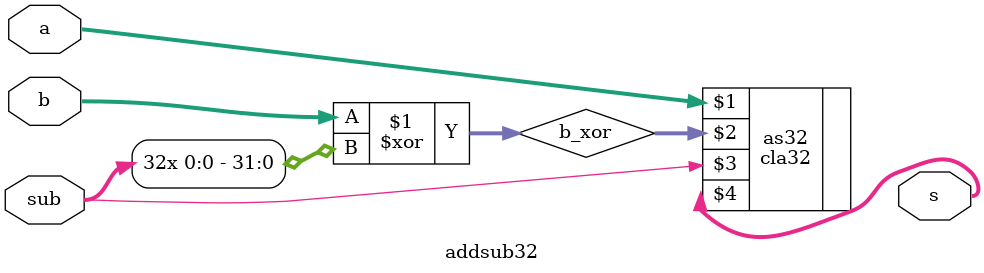
<source format=v>
`timescale 1ns / 1ps


module addsub32(a,b,sub,s); // 32-bit adder/subtracter
input [31:0] a, b; // inputs: a, b
input sub; // sub == 1:s=a-b
output [31:0] s; // output sum s
wire [31:0] b_xor =b^{32{sub}};
cla32 as32(a,b_xor,sub,s); 
endmodule
</source>
